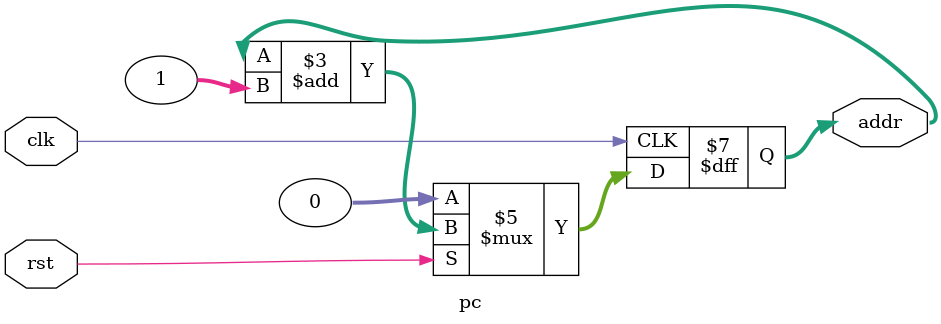
<source format=v>
`timescale 1ns / 1ps


module pc(
    input rst,
    input clk,
    output reg [31:0] addr
    );
    always @(posedge clk)
    begin
        if(rst == 1'b0)
            addr <= 32'b0;
        else
            addr <= addr + 1;
    end
endmodule

</source>
